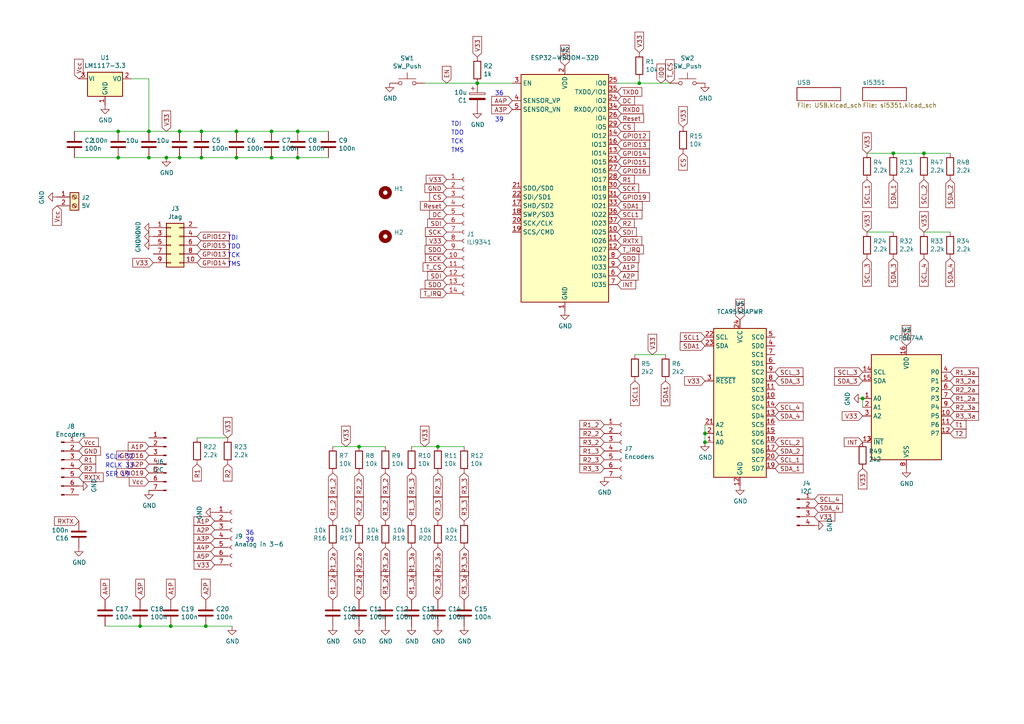
<source format=kicad_sch>
(kicad_sch (version 20230121) (generator eeschema)
  (paper "A4")
  (junction (at 250.19 115.57))
  (junction (at 49.53 181.61))
  (junction (at 104.14 129.54))
  (junction (at 259.08 44.45))
  (junction (at 78.74 38.1))
  (junction (at 40.64 181.61))
  (junction (at 52.07 45.72))
  (junction (at 267.97 44.45))
  (junction (at 185.42 24.13))
  (junction (at 52.07 38.1))
  (junction (at 58.42 45.72))
  (junction (at 43.18 38.1))
  (junction (at 68.58 38.1))
  (junction (at 34.29 38.1))
  (junction (at 43.18 45.72))
  (junction (at 34.29 45.72))
  (junction (at 86.36 45.72))
  (junction (at 58.42 38.1))
  (junction (at 204.47 128.27))
  (junction (at 48.26 45.72))
  (junction (at 138.43 24.13))
  (junction (at 68.58 45.72))
  (junction (at 78.74 45.72))
  (junction (at 204.47 125.73))
  (junction (at 59.69 181.61))
  (junction (at 86.36 38.1))
  (junction (at 127 129.54))
  (wire (pts (xy 78.74 38.1) (xy 86.36 38.1)))
  (wire (pts (xy 49.53 181.61) (xy 59.69 181.61)))
  (wire (pts (xy 204.47 125.73) (xy 204.47 128.27)))
  (wire (pts (xy 259.08 44.45) (xy 267.97 44.45)))
  (wire (pts (xy 138.43 24.13) (xy 123.19 24.13)))
  (wire (pts (xy 119.38 129.54) (xy 127 129.54)))
  (wire (pts (xy 68.58 45.72) (xy 78.74 45.72)))
  (wire (pts (xy 21.59 45.72) (xy 34.29 45.72)))
  (wire (pts (xy 104.14 129.54) (xy 111.76 129.54)))
  (wire (pts (xy 43.18 38.1) (xy 52.07 38.1)))
  (wire (pts (xy 21.59 38.1) (xy 34.29 38.1)))
  (wire (pts (xy 52.07 38.1) (xy 58.42 38.1)))
  (wire (pts (xy 179.07 24.13) (xy 185.42 24.13)))
  (wire (pts (xy 43.18 22.86) (xy 43.18 38.1)))
  (wire (pts (xy 127 129.54) (xy 134.62 129.54)))
  (wire (pts (xy 267.97 44.45) (xy 275.59 44.45)))
  (wire (pts (xy 34.29 45.72) (xy 43.18 45.72)))
  (wire (pts (xy 86.36 45.72) (xy 95.25 45.72)))
  (wire (pts (xy 184.15 102.87) (xy 193.04 102.87)))
  (wire (pts (xy 251.46 67.31) (xy 259.08 67.31)))
  (wire (pts (xy 251.46 44.45) (xy 259.08 44.45)))
  (wire (pts (xy 48.26 45.72) (xy 52.07 45.72)))
  (wire (pts (xy 34.29 38.1) (xy 43.18 38.1)))
  (wire (pts (xy 49.53 181.61) (xy 40.64 181.61)))
  (wire (pts (xy 96.52 129.54) (xy 104.14 129.54)))
  (wire (pts (xy 86.36 38.1) (xy 95.25 38.1)))
  (wire (pts (xy 204.47 123.19) (xy 204.47 125.73)))
  (wire (pts (xy 78.74 38.1) (xy 68.58 38.1)))
  (wire (pts (xy 185.42 22.86) (xy 185.42 24.13)))
  (wire (pts (xy 58.42 45.72) (xy 68.58 45.72)))
  (wire (pts (xy 185.42 24.13) (xy 194.31 24.13)))
  (wire (pts (xy 59.69 181.61) (xy 67.31 181.61)))
  (wire (pts (xy 58.42 38.1) (xy 68.58 38.1)))
  (wire (pts (xy 43.18 45.72) (xy 48.26 45.72)))
  (wire (pts (xy 57.15 127) (xy 66.04 127)))
  (wire (pts (xy 250.19 115.57) (xy 250.19 118.11)))
  (wire (pts (xy 52.07 45.72) (xy 58.42 45.72)))
  (wire (pts (xy 138.43 24.13) (xy 148.59 24.13)))
  (wire (pts (xy 38.1 22.86) (xy 43.18 22.86)))
  (wire (pts (xy 86.36 45.72) (xy 78.74 45.72)))
  (wire (pts (xy 267.97 67.31) (xy 275.59 67.31)))
  (wire (pts (xy 40.64 181.61) (xy 30.48 181.61)))
  (text "TDI" (at 66.04 69.85 0) (effects (font (size 1.27 1.27)) (justify left bottom)))
  (text "TDO" (at 130.81 39.37 0) (effects (font (size 1.27 1.27)) (justify left bottom)))
  (text "36\n" (at 143.51 27.94 0) (effects (font (size 1.27 1.27)) (justify left bottom)))
  (text "TMS" (at 66.04 77.47 0) (effects (font (size 1.27 1.27)) (justify left bottom)))
  (text "RCLK 33" (at 30.48 135.89 0) (effects (font (size 1.27 1.27)) (justify left bottom)))
  (text "SER 19" (at 30.48 138.43 0) (effects (font (size 1.27 1.27)) (justify left bottom)))
  (text "TCK" (at 66.04 74.93 0) (effects (font (size 1.27 1.27)) (justify left bottom)))
  (text "TDO" (at 66.04 72.39 0) (effects (font (size 1.27 1.27)) (justify left bottom)))
  (text "TCK" (at 130.81 41.91 0) (effects (font (size 1.27 1.27)) (justify left bottom)))
  (text "36\n39" (at 71.12 157.48 0) (effects (font (size 1.27 1.27)) (justify left bottom)))
  (text "39" (at 143.51 35.56 0) (effects (font (size 1.27 1.27)) (justify left bottom)))
  (text "TMS" (at 130.81 44.45 0) (effects (font (size 1.27 1.27)) (justify left bottom)))
  (text "TDI" (at 130.81 36.83 0) (effects (font (size 1.27 1.27)) (justify left bottom)))
  (text "SCLK 32" (at 30.48 133.35 0) (effects (font (size 1.27 1.27)) (justify left bottom)))
  (global_label "V33" (shape input) (at 129.54 52.07 180) (property "Intersheetrefs" "${INTERSHEET_REFS}" (effects hide)))
  (global_label "R2_2a" (shape input) (at 275.59 113.03 0) (property "Intersheetrefs" "${INTERSHEET_REFS}" (effects hide)))
  (global_label "R2_2" (shape input) (at 104.14 151.13 90) (property "Intersheetrefs" "${INTERSHEET_REFS}" (effects hide)))
  (global_label "A1P" (shape input) (at 62.23 151.13 180) (property "Intersheetrefs" "${INTERSHEET_REFS}" (effects hide)))
  (global_label "Vcc" (shape input) (at 43.18 139.7 180) (property "Intersheetrefs" "${INTERSHEET_REFS}" (effects hide)))
  (global_label "GPIO14" (shape input) (at 179.07 44.45 0) (property "Intersheetrefs" "${INTERSHEET_REFS}" (effects hide)))
  (global_label "A2P" (shape input) (at 62.23 153.67 180) (property "Intersheetrefs" "${INTERSHEET_REFS}" (effects hide)))
  (global_label "R3_2a" (shape input) (at 111.76 158.75 270) (property "Intersheetrefs" "${INTERSHEET_REFS}" (effects hide)))
  (global_label "R2_2a" (shape input) (at 104.14 158.75 270) (property "Intersheetrefs" "${INTERSHEET_REFS}" (effects hide)))
  (global_label "R2" (shape input) (at 66.04 134.62 270) (property "Intersheetrefs" "${INTERSHEET_REFS}" (effects hide)))
  (global_label "RXTX" (shape input) (at 22.86 151.13 180) (property "Intersheetrefs" "${INTERSHEET_REFS}" (effects hide)))
  (global_label "V33" (shape input) (at 204.47 110.49 180) (property "Intersheetrefs" "${INTERSHEET_REFS}" (effects hide)))
  (global_label "GPIO16" (shape input) (at 43.18 132.08 180) (property "Intersheetrefs" "${INTERSHEET_REFS}" (effects hide)))
  (global_label "R1_3a" (shape input) (at 119.38 173.99 90) (property "Intersheetrefs" "${INTERSHEET_REFS}" (effects hide)))
  (global_label "SDO" (shape input) (at 129.54 72.39 180) (property "Intersheetrefs" "${INTERSHEET_REFS}" (effects hide)))
  (global_label "R1_2a" (shape input) (at 275.59 115.57 0) (property "Intersheetrefs" "${INTERSHEET_REFS}" (effects hide)))
  (global_label "R1_2a" (shape input) (at 96.52 158.75 270) (property "Intersheetrefs" "${INTERSHEET_REFS}" (effects hide)))
  (global_label "V33" (shape input) (at 100.33 129.54 90) (property "Intersheetrefs" "${INTERSHEET_REFS}" (effects hide)))
  (global_label "SDI" (shape input) (at 129.54 64.77 180) (property "Intersheetrefs" "${INTERSHEET_REFS}" (effects hide)))
  (global_label "R1_2a" (shape input) (at 96.52 173.99 90) (property "Intersheetrefs" "${INTERSHEET_REFS}" (effects hide)))
  (global_label "A1P" (shape input) (at 43.18 129.54 180) (property "Intersheetrefs" "${INTERSHEET_REFS}" (effects hide)))
  (global_label "R2_3a" (shape input) (at 127 173.99 90) (property "Intersheetrefs" "${INTERSHEET_REFS}" (effects hide)))
  (global_label "Reset" (shape input) (at 179.07 34.29 0) (property "Intersheetrefs" "${INTERSHEET_REFS}" (effects hide)))
  (global_label "A4P" (shape input) (at 62.23 158.75 180) (property "Intersheetrefs" "${INTERSHEET_REFS}" (effects hide)))
  (global_label "A3P" (shape input) (at 40.64 173.99 90) (property "Intersheetrefs" "${INTERSHEET_REFS}" (effects hide)))
  (global_label "SCL_1" (shape input) (at 251.46 52.07 270) (property "Intersheetrefs" "${INTERSHEET_REFS}" (effects hide)))
  (global_label "R3_3" (shape input) (at 134.62 137.16 270) (property "Intersheetrefs" "${INTERSHEET_REFS}" (effects hide)))
  (global_label "SDA_1" (shape input) (at 259.08 52.07 270) (property "Intersheetrefs" "${INTERSHEET_REFS}" (effects hide)))
  (global_label "CS" (shape input) (at 179.07 36.83 0) (property "Intersheetrefs" "${INTERSHEET_REFS}" (effects hide)))
  (global_label "INT" (shape input) (at 250.19 128.27 180) (property "Intersheetrefs" "${INTERSHEET_REFS}" (effects hide)))
  (global_label "SDA_4" (shape input) (at 236.22 147.32 0) (property "Intersheetrefs" "${INTERSHEET_REFS}" (effects hide)))
  (global_label "V33" (shape input) (at 44.45 76.2 180) (property "Intersheetrefs" "${INTERSHEET_REFS}" (effects hide)))
  (global_label "V33" (shape input) (at 163.83 19.05 90) (property "Intersheetrefs" "${INTERSHEET_REFS}" (effects hide)))
  (global_label "R1_3" (shape input) (at 175.26 130.81 180) (property "Intersheetrefs" "${INTERSHEET_REFS}" (effects hide)))
  (global_label "R2_2" (shape input) (at 175.26 125.73 180) (property "Intersheetrefs" "${INTERSHEET_REFS}" (effects hide)))
  (global_label "R2_3a" (shape input) (at 275.59 118.11 0) (property "Intersheetrefs" "${INTERSHEET_REFS}" (effects hide)))
  (global_label "Vcc" (shape input) (at 16.51 59.69 270) (property "Intersheetrefs" "${INTERSHEET_REFS}" (effects hide)))
  (global_label "R2" (shape input) (at 179.07 64.77 0) (property "Intersheetrefs" "${INTERSHEET_REFS}" (effects hide)))
  (global_label "R3_2" (shape input) (at 111.76 137.16 270) (property "Intersheetrefs" "${INTERSHEET_REFS}" (effects hide)))
  (global_label "R2_2a" (shape input) (at 104.14 173.99 90) (property "Intersheetrefs" "${INTERSHEET_REFS}" (effects hide)))
  (global_label "R3_3a" (shape input) (at 275.59 120.65 0) (property "Intersheetrefs" "${INTERSHEET_REFS}" (effects hide)))
  (global_label "V33" (shape input) (at 48.26 38.1 90) (property "Intersheetrefs" "${INTERSHEET_REFS}" (effects hide)))
  (global_label "R1" (shape input) (at 179.07 52.07 0) (property "Intersheetrefs" "${INTERSHEET_REFS}" (effects hide)))
  (global_label "T_IRQ" (shape input) (at 179.07 72.39 0) (property "Intersheetrefs" "${INTERSHEET_REFS}" (effects hide)))
  (global_label "V33" (shape input) (at 189.23 102.87 90) (property "Intersheetrefs" "${INTERSHEET_REFS}" (effects hide)))
  (global_label "SCK" (shape input) (at 129.54 74.93 180) (property "Intersheetrefs" "${INTERSHEET_REFS}" (effects hide)))
  (global_label "SCK" (shape input) (at 179.07 54.61 0) (property "Intersheetrefs" "${INTERSHEET_REFS}" (effects hide)))
  (global_label "R1_3a" (shape input) (at 119.38 158.75 270) (property "Intersheetrefs" "${INTERSHEET_REFS}" (effects hide)))
  (global_label "V33" (shape input) (at 185.42 15.24 90) (property "Intersheetrefs" "${INTERSHEET_REFS}" (effects hide)))
  (global_label "GPIO15" (shape input) (at 57.15 71.12 0) (property "Intersheetrefs" "${INTERSHEET_REFS}" (effects hide)))
  (global_label "T_CS" (shape input) (at 194.31 24.13 90) (property "Intersheetrefs" "${INTERSHEET_REFS}" (effects hide)))
  (global_label "V33" (shape input) (at 62.23 163.83 180) (property "Intersheetrefs" "${INTERSHEET_REFS}" (effects hide)))
  (global_label "V33" (shape input) (at 267.97 67.31 90) (property "Intersheetrefs" "${INTERSHEET_REFS}" (effects hide)))
  (global_label "GPIO15" (shape input) (at 179.07 46.99 0) (property "Intersheetrefs" "${INTERSHEET_REFS}" (effects hide)))
  (global_label "V33" (shape input) (at 123.19 129.54 90) (property "Intersheetrefs" "${INTERSHEET_REFS}" (effects hide)))
  (global_label "V33" (shape input) (at 138.43 16.51 90) (property "Intersheetrefs" "${INTERSHEET_REFS}" (effects hide)))
  (global_label "R1_3" (shape input) (at 119.38 151.13 90) (property "Intersheetrefs" "${INTERSHEET_REFS}" (effects hide)))
  (global_label "SDO" (shape input) (at 179.07 74.93 0) (property "Intersheetrefs" "${INTERSHEET_REFS}" (effects hide)))
  (global_label "V33" (shape input) (at 262.89 100.33 90) (property "Intersheetrefs" "${INTERSHEET_REFS}" (effects hide)))
  (global_label "A3P" (shape input) (at 62.23 156.21 180) (property "Intersheetrefs" "${INTERSHEET_REFS}" (effects hide)))
  (global_label "SDA1" (shape input) (at 193.04 110.49 270) (property "Intersheetrefs" "${INTERSHEET_REFS}" (effects hide)))
  (global_label "R3_3a" (shape input) (at 134.62 158.75 270) (property "Intersheetrefs" "${INTERSHEET_REFS}" (effects hide)))
  (global_label "SDA_1" (shape input) (at 224.79 135.89 0) (property "Intersheetrefs" "${INTERSHEET_REFS}" (effects hide)))
  (global_label "V33" (shape input) (at 214.63 92.71 90) (property "Intersheetrefs" "${INTERSHEET_REFS}" (effects hide)))
  (global_label "CS" (shape input) (at 198.12 44.45 270) (property "Intersheetrefs" "${INTERSHEET_REFS}" (effects hide)))
  (global_label "R2_3" (shape input) (at 175.26 133.35 180) (property "Intersheetrefs" "${INTERSHEET_REFS}" (effects hide)))
  (global_label "GPIO12" (shape input) (at 57.15 68.58 0) (property "Intersheetrefs" "${INTERSHEET_REFS}" (effects hide)))
  (global_label "SDA_4" (shape input) (at 275.59 74.93 270) (property "Intersheetrefs" "${INTERSHEET_REFS}" (effects hide)))
  (global_label "R3_2" (shape input) (at 111.76 151.13 90) (property "Intersheetrefs" "${INTERSHEET_REFS}" (effects hide)))
  (global_label "SCL_2" (shape input) (at 224.79 128.27 0) (property "Intersheetrefs" "${INTERSHEET_REFS}" (effects hide)))
  (global_label "V33" (shape input) (at 251.46 67.31 90) (property "Intersheetrefs" "${INTERSHEET_REFS}" (effects hide)))
  (global_label "GPIO12" (shape input) (at 179.07 39.37 0) (property "Intersheetrefs" "${INTERSHEET_REFS}" (effects hide)))
  (global_label "SCL1" (shape input) (at 179.07 62.23 0) (property "Intersheetrefs" "${INTERSHEET_REFS}" (effects hide)))
  (global_label "V33" (shape input) (at 236.22 149.86 0) (property "Intersheetrefs" "${INTERSHEET_REFS}" (effects hide)))
  (global_label "SCL_4" (shape input) (at 236.22 144.78 0) (property "Intersheetrefs" "${INTERSHEET_REFS}" (effects hide)))
  (global_label "SDO" (shape input) (at 129.54 82.55 180) (property "Intersheetrefs" "${INTERSHEET_REFS}" (effects hide)))
  (global_label "SDA_3" (shape input) (at 250.19 110.49 180) (property "Intersheetrefs" "${INTERSHEET_REFS}" (effects hide)))
  (global_label "SDI" (shape input) (at 129.54 80.01 180) (property "Intersheetrefs" "${INTERSHEET_REFS}" (effects hide)))
  (global_label "A1P" (shape input) (at 49.53 173.99 90) (property "Intersheetrefs" "${INTERSHEET_REFS}" (effects hide)))
  (global_label "V33" (shape input) (at 198.12 36.83 90) (property "Intersheetrefs" "${INTERSHEET_REFS}" (effects hide)))
  (global_label "R1_2" (shape input) (at 175.26 123.19 180) (property "Intersheetrefs" "${INTERSHEET_REFS}" (effects hide)))
  (global_label "R3_3" (shape input) (at 175.26 135.89 180) (property "Intersheetrefs" "${INTERSHEET_REFS}" (effects hide)))
  (global_label "Vcc" (shape input) (at 22.86 128.27 0) (property "Intersheetrefs" "${INTERSHEET_REFS}" (effects hide)))
  (global_label "INT" (shape input) (at 179.07 82.55 0) (property "Intersheetrefs" "${INTERSHEET_REFS}" (effects hide)))
  (global_label "CS" (shape input) (at 129.54 57.15 180) (property "Intersheetrefs" "${INTERSHEET_REFS}" (effects hide)))
  (global_label "T_IRQ" (shape input) (at 129.54 85.09 180) (property "Intersheetrefs" "${INTERSHEET_REFS}" (effects hide)))
  (global_label "SDA_4" (shape input) (at 224.79 120.65 0) (property "Intersheetrefs" "${INTERSHEET_REFS}" (effects hide)))
  (global_label "T1" (shape input) (at 275.59 123.19 0) (property "Intersheetrefs" "${INTERSHEET_REFS}" (effects hide)))
  (global_label "SCL_4" (shape input) (at 224.79 118.11 0) (property "Intersheetrefs" "${INTERSHEET_REFS}" (effects hide)))
  (global_label "R2" (shape input) (at 22.86 135.89 0) (property "Intersheetrefs" "${INTERSHEET_REFS}" (effects hide)))
  (global_label "T2" (shape input) (at 275.59 125.73 0) (property "Intersheetrefs" "${INTERSHEET_REFS}" (effects hide)))
  (global_label "SCL_3" (shape input) (at 224.79 107.95 0) (property "Intersheetrefs" "${INTERSHEET_REFS}" (effects hide)))
  (global_label "R1_3" (shape input) (at 119.38 137.16 270) (property "Intersheetrefs" "${INTERSHEET_REFS}" (effects hide)))
  (global_label "DC" (shape input) (at 179.07 29.21 0) (property "Intersheetrefs" "${INTERSHEET_REFS}" (effects hide)))
  (global_label "RXTX" (shape input) (at 22.86 138.43 0) (property "Intersheetrefs" "${INTERSHEET_REFS}" (effects hide)))
  (global_label "SCL_4" (shape input) (at 267.97 74.93 270) (property "Intersheetrefs" "${INTERSHEET_REFS}" (effects hide)))
  (global_label "R1_2" (shape input) (at 96.52 151.13 90) (property "Intersheetrefs" "${INTERSHEET_REFS}" (effects hide)))
  (global_label "R2_3" (shape input) (at 127 137.16 270) (property "Intersheetrefs" "${INTERSHEET_REFS}" (effects hide)))
  (global_label "V33" (shape input) (at 129.54 69.85 180) (property "Intersheetrefs" "${INTERSHEET_REFS}" (effects hide)))
  (global_label "R1_2" (shape input) (at 96.52 137.16 270) (property "Intersheetrefs" "${INTERSHEET_REFS}" (effects hide)))
  (global_label "R3_2a" (shape input) (at 275.59 110.49 0) (property "Intersheetrefs" "${INTERSHEET_REFS}" (effects hide)))
  (global_label "R1_3a" (shape input) (at 275.59 107.95 0) (property "Intersheetrefs" "${INTERSHEET_REFS}" (effects hide)))
  (global_label "R3_3a" (shape input) (at 134.62 173.99 90) (property "Intersheetrefs" "${INTERSHEET_REFS}" (effects hide)))
  (global_label "Vcc" (shape input) (at 22.86 22.86 90) (property "Intersheetrefs" "${INTERSHEET_REFS}" (effects hide)))
  (global_label "GPIO16" (shape input) (at 179.07 49.53 0) (property "Intersheetrefs" "${INTERSHEET_REFS}" (effects hide)))
  (global_label "A5P" (shape input) (at 62.23 161.29 180) (property "Intersheetrefs" "${INTERSHEET_REFS}" (effects hide)))
  (global_label "SCL_3" (shape input) (at 250.19 107.95 180) (property "Intersheetrefs" "${INTERSHEET_REFS}" (effects hide)))
  (global_label "SCL1" (shape input) (at 204.47 97.79 180) (property "Intersheetrefs" "${INTERSHEET_REFS}" (effects hide)))
  (global_label "R2_2" (shape input) (at 104.14 137.16 270) (property "Intersheetrefs" "${INTERSHEET_REFS}" (effects hide)))
  (global_label "SCL_3" (shape input) (at 251.46 74.93 270) (property "Intersheetrefs" "${INTERSHEET_REFS}" (effects hide)))
  (global_label "V33" (shape input) (at 250.19 135.89 270) (property "Intersheetrefs" "${INTERSHEET_REFS}" (effects hide)))
  (global_label "A4P" (shape input) (at 148.59 29.21 180) (property "Intersheetrefs" "${INTERSHEET_REFS}" (effects hide)))
  (global_label "A2P" (shape input) (at 59.69 173.99 90) (property "Intersheetrefs" "${INTERSHEET_REFS}" (effects hide)))
  (global_label "GND" (shape input) (at 129.54 54.61 180) (property "Intersheetrefs" "${INTERSHEET_REFS}" (effects hide)))
  (global_label "Reset" (shape input) (at 129.54 59.69 180) (property "Intersheetrefs" "${INTERSHEET_REFS}" (effects hide)))
  (global_label "A2P" (shape input) (at 43.18 134.62 180) (property "Intersheetrefs" "${INTERSHEET_REFS}" (effects hide)))
  (global_label "GPIO19" (shape input) (at 179.07 57.15 0) (property "Intersheetrefs" "${INTERSHEET_REFS}" (effects hide)))
  (global_label "SDI" (shape input) (at 179.07 67.31 0) (property "Intersheetrefs" "${INTERSHEET_REFS}" (effects hide)))
  (global_label "GPIO14" (shape input) (at 57.15 76.2 0) (property "Intersheetrefs" "${INTERSHEET_REFS}" (effects hide)))
  (global_label "SCL1" (shape input) (at 184.15 110.49 270) (property "Intersheetrefs" "${INTERSHEET_REFS}" (effects hide)))
  (global_label "SDA_3" (shape input) (at 224.79 110.49 0) (property "Intersheetrefs" "${INTERSHEET_REFS}" (effects hide)))
  (global_label "R3_2a" (shape input) (at 111.76 173.99 90) (property "Intersheetrefs" "${INTERSHEET_REFS}" (effects hide)))
  (global_label "SDA_2" (shape input) (at 224.79 130.81 0) (property "Intersheetrefs" "${INTERSHEET_REFS}" (effects hide)))
  (global_label "A4P" (shape input) (at 30.48 173.99 90) (property "Intersheetrefs" "${INTERSHEET_REFS}" (effects hide)))
  (global_label "A1P" (shape input) (at 179.07 77.47 0) (property "Intersheetrefs" "${INTERSHEET_REFS}" (effects hide)))
  (global_label "R3_2" (shape input) (at 175.26 128.27 180) (property "Intersheetrefs" "${INTERSHEET_REFS}" (effects hide)))
  (global_label "R1" (shape input) (at 57.15 134.62 270) (property "Intersheetrefs" "${INTERSHEET_REFS}" (effects hide)))
  (global_label "RXD0" (shape input) (at 179.07 31.75 0) (property "Intersheetrefs" "${INTERSHEET_REFS}" (effects hide)))
  (global_label "R1" (shape input) (at 22.86 133.35 0) (property "Intersheetrefs" "${INTERSHEET_REFS}" (effects hide)))
  (global_label "SDA1" (shape input) (at 179.07 59.69 0) (property "Intersheetrefs" "${INTERSHEET_REFS}" (effects hide)))
  (global_label "GPIO13" (shape input) (at 179.07 41.91 0) (property "Intersheetrefs" "${INTERSHEET_REFS}" (effects hide)))
  (global_label "DC" (shape input) (at 129.54 62.23 180) (property "Intersheetrefs" "${INTERSHEET_REFS}" (effects hide)))
  (global_label "GPIO13" (shape input) (at 57.15 73.66 0) (property "Intersheetrefs" "${INTERSHEET_REFS}" (effects hide)))
  (global_label "A2P" (shape input) (at 179.07 80.01 0) (property "Intersheetrefs" "${INTERSHEET_REFS}" (effects hide)))
  (global_label "SDA_2" (shape input) (at 275.59 52.07 270) (property "Intersheetrefs" "${INTERSHEET_REFS}" (effects hide)))
  (global_label "IO0" (shape input) (at 191.77 24.13 90) (property "Intersheetrefs" "${INTERSHEET_REFS}" (effects hide)))
  (global_label "R2_3" (shape input) (at 127 151.13 90) (property "Intersheetrefs" "${INTERSHEET_REFS}" (effects hide)))
  (global_label "RXTX" (shape input) (at 179.07 69.85 0) (property "Intersheetrefs" "${INTERSHEET_REFS}" (effects hide)))
  (global_label "V33" (shape input) (at 251.46 44.45 90) (property "Intersheetrefs" "${INTERSHEET_REFS}" (effects hide)))
  (global_label "SCK" (shape input) (at 129.54 67.31 180) (property "Intersheetrefs" "${INTERSHEET_REFS}" (effects hide)))
  (global_label "R3_3" (shape input) (at 134.62 151.13 90) (property "Intersheetrefs" "${INTERSHEET_REFS}" (effects hide)))
  (global_label "A3P" (shape input) (at 148.59 31.75 180) (property "Intersheetrefs" "${INTERSHEET_REFS}" (effects hide)))
  (global_label "GND" (shape input) (at 22.86 130.81 0) (property "Intersheetrefs" "${INTERSHEET_REFS}" (effects hide)))
  (global_label "SCL_1" (shape input) (at 224.79 133.35 0) (property "Intersheetrefs" "${INTERSHEET_REFS}" (effects hide)))
  (global_label "R2_3a" (shape input) (at 127 158.75 270) (property "Intersheetrefs" "${INTERSHEET_REFS}" (effects hide)))
  (global_label "SCL_2" (shape input) (at 267.97 52.07 270) (property "Intersheetrefs" "${INTERSHEET_REFS}" (effects hide)))
  (global_label "T_CS" (shape input) (at 129.54 77.47 180) (property "Intersheetrefs" "${INTERSHEET_REFS}" (effects hide)))
  (global_label "TXD0" (shape input) (at 179.07 26.67 0) (property "Intersheetrefs" "${INTERSHEET_REFS}" (effects hide)))
  (global_label "SDA_3" (shape input) (at 259.08 74.93 270) (property "Intersheetrefs" "${INTERSHEET_REFS}" (effects hide)))
  (global_label "GPIO19" (shape input) (at 43.18 137.16 180) (property "Intersheetrefs" "${INTERSHEET_REFS}" (effects hide)))
  (global_label "V33" (shape input) (at 250.19 120.65 180) (property "Intersheetrefs" "${INTERSHEET_REFS}" (effects hide)))
  (global_label "V33" (shape input) (at 66.04 127 90) (property "Intersheetrefs" "${INTERSHEET_REFS}" (effects hide)))
  (global_label "EN" (shape input) (at 129.54 24.13 90) (property "Intersheetrefs" "${INTERSHEET_REFS}" (effects hide)))
  (global_label "SDA1" (shape input) (at 204.47 100.33 180) (property "Intersheetrefs" "${INTERSHEET_REFS}" (effects hide)))
  (symbol (lib_id "power:GND") (at 44.45 68.58 270) (unit 1)
    (property "Reference" "#PWR010" (effects hide))
    (property "Value" "GND" (at 40.0558 68.707 0))
  )
  (symbol (lib_id "power:GND") (at 44.45 66.04 270) (unit 1)
    (property "Reference" "#PWR09" (effects hide))
    (property "Value" "GND" (at 40.0558 66.167 0))
  )
  (symbol (lib_id "power:GND") (at 44.45 71.12 270) (unit 1)
    (property "Reference" "#PWR011" (effects hide))
    (property "Value" "GND" (at 40.0558 71.247 0))
  )
  (symbol (lib_id "Connector_Generic:Conn_02x05_Odd_Even") (at 49.53 71.12 0) (unit 1)
    (property "Reference" "J3" (at 50.8 60.5282 0))
    (property "Value" "Jtag" (at 50.8 62.8396 0))
    (property "Footprint" "Connector_PinSocket_2.54mm:PinSocket_2x05_P2.54mm_Vertical" (effects hide))
  )
  (symbol (lib_id "ESP32Vfo-rescue:CP-Device") (at 138.43 27.94 0) (unit 1)
    (property "Reference" "C1" (at 135.509 29.1084 0) (effects (justify right)))
    (property "Value" "10u" (at 135.509 26.797 0) (effects (justify right)))
    (property "Footprint" "Capacitor_SMD:C_1206_3216Metric_Pad1.42x1.75mm_HandSolder" (effects hide))
  )
  (symbol (lib_id "power:GND") (at 138.43 31.75 0) (unit 1)
    (property "Reference" "#PWR04" (effects hide))
    (property "Value" "GND" (at 138.557 36.1442 0))
  )
  (symbol (lib_id "RF_Module:ESP32-WROOM-32D") (at 163.83 54.61 0) (unit 1)
    (property "Reference" "U2" (at 163.83 14.4526 0))
    (property "Value" "ESP32-WROOM-32D" (at 163.83 16.764 0))
    (property "Footprint" "RF_Module:ESP32-WROOM-32" (effects hide))
    (property "Datasheet" "https://www.espressif.com/sites/default/files/documentation/esp32-wroom-32d_esp32-wroom-32u_datasheet_en.pdf" (effects hide))
  )
  (symbol (lib_id "power:GND") (at 163.83 90.17 0) (unit 1)
    (property "Reference" "#PWR016" (effects hide))
    (property "Value" "GND" (at 163.957 94.5642 0))
  )
  (symbol (lib_id "Device:R") (at 138.43 20.32 0) (unit 1)
    (property "Reference" "R2" (at 140.208 19.1516 0) (effects (justify left)))
    (property "Value" "1k" (at 140.208 21.463 0) (effects (justify left)))
    (property "Footprint" "Resistor_SMD:R_0805_2012Metric" (effects hide))
  )
  (symbol (lib_id "Device:C") (at 22.86 154.94 0) (unit 1)
    (property "Reference" "C16" (at 19.939 156.1084 0) (effects (justify right)))
    (property "Value" "100n" (at 19.939 153.797 0) (effects (justify right)))
    (property "Footprint" "Capacitor_SMD:C_0805_2012Metric" (effects hide))
  )
  (symbol (lib_id "power:GND") (at 22.86 158.75 0) (unit 1)
    (property "Reference" "#PWR028" (effects hide))
    (property "Value" "GND" (at 22.987 163.1442 0))
  )
  (symbol (lib_id "power:GND") (at 22.86 140.97 90) (unit 1)
    (property "Reference" "#PWR029" (effects hide))
    (property "Value" "GND" (at 27.2542 140.843 0))
  )
  (symbol (lib_id "Connector:Conn_01x07_Male") (at 17.78 135.89 0) (unit 1)
    (property "Reference" "J8" (at 20.5232 123.6726 0))
    (property "Value" "Encoders" (at 20.5232 125.984 0))
    (property "Footprint" "Connector_PinSocket_2.54mm:PinSocket_1x07_P2.54mm_Vertical" (effects hide))
  )
  (symbol (lib_id "Device:R") (at 96.52 133.35 0) (unit 1)
    (property "Reference" "R7" (at 98.298 132.1816 0) (effects (justify left)))
    (property "Value" "10k" (at 98.298 134.493 0) (effects (justify left)))
    (property "Footprint" "Resistor_SMD:R_0805_2012Metric" (effects hide))
  )
  (symbol (lib_id "Device:R") (at 104.14 133.35 0) (unit 1)
    (property "Reference" "R8" (at 105.918 132.1816 0) (effects (justify left)))
    (property "Value" "10k" (at 105.918 134.493 0) (effects (justify left)))
    (property "Footprint" "Resistor_SMD:R_0805_2012Metric" (effects hide))
  )
  (symbol (lib_id "Device:R") (at 111.76 133.35 0) (unit 1)
    (property "Reference" "R9" (at 113.538 132.1816 0) (effects (justify left)))
    (property "Value" "10k" (at 113.538 134.493 0) (effects (justify left)))
    (property "Footprint" "Resistor_SMD:R_0805_2012Metric" (effects hide))
  )
  (symbol (lib_id "Device:C") (at 96.52 177.8 180) (unit 1)
    (property "Reference" "C10" (at 99.441 176.6316 0) (effects (justify right)))
    (property "Value" "100n" (at 99.441 178.943 0) (effects (justify right)))
    (property "Footprint" "Capacitor_SMD:C_0805_2012Metric" (effects hide))
  )
  (symbol (lib_id "Device:C") (at 104.14 177.8 180) (unit 1)
    (property "Reference" "C11" (at 107.061 176.6316 0) (effects (justify right)))
    (property "Value" "100n" (at 107.061 178.943 0) (effects (justify right)))
    (property "Footprint" "Capacitor_SMD:C_0805_2012Metric" (effects hide))
  )
  (symbol (lib_id "Device:C") (at 111.76 177.8 180) (unit 1)
    (property "Reference" "C12" (at 114.681 176.6316 0) (effects (justify right)))
    (property "Value" "100n" (at 114.681 178.943 0) (effects (justify right)))
    (property "Footprint" "Capacitor_SMD:C_0805_2012Metric" (effects hide))
  )
  (symbol (lib_id "Device:R") (at 111.76 154.94 180) (unit 1)
    (property "Reference" "R18" (at 109.982 156.1084 0) (effects (justify left)))
    (property "Value" "10k" (at 109.982 153.797 0) (effects (justify left)))
    (property "Footprint" "Resistor_SMD:R_0805_2012Metric" (effects hide))
  )
  (symbol (lib_id "Device:R") (at 104.14 154.94 180) (unit 1)
    (property "Reference" "R17" (at 102.362 156.1084 0) (effects (justify left)))
    (property "Value" "10k" (at 102.362 153.797 0) (effects (justify left)))
    (property "Footprint" "Resistor_SMD:R_0805_2012Metric" (effects hide))
  )
  (symbol (lib_id "power:GND") (at 104.14 181.61 0) (unit 1)
    (property "Reference" "#PWR023" (effects hide))
    (property "Value" "GND" (at 104.267 186.0042 0))
  )
  (symbol (lib_id "power:GND") (at 96.52 181.61 0) (unit 1)
    (property "Reference" "#PWR022" (effects hide))
    (property "Value" "GND" (at 96.647 186.0042 0))
  )
  (symbol (lib_id "power:GND") (at 111.76 181.61 0) (unit 1)
    (property "Reference" "#PWR024" (effects hide))
    (property "Value" "GND" (at 111.887 186.0042 0))
  )
  (symbol (lib_id "Device:R") (at 96.52 154.94 180) (unit 1)
    (property "Reference" "R16" (at 94.742 156.1084 0) (effects (justify left)))
    (property "Value" "10k" (at 94.742 153.797 0) (effects (justify left)))
    (property "Footprint" "Resistor_SMD:R_0805_2012Metric" (effects hide))
  )
  (symbol (lib_id "power:GND") (at 67.31 181.61 0) (unit 1)
    (property "Reference" "#PWR031" (effects hide))
    (property "Value" "GND" (at 67.437 186.0042 0))
  )
  (symbol (lib_id "Device:C") (at 49.53 177.8 180) (unit 1)
    (property "Reference" "C19" (at 52.451 176.6316 0) (effects (justify right)))
    (property "Value" "100n" (at 52.451 178.943 0) (effects (justify right)))
    (property "Footprint" "Capacitor_SMD:C_0805_2012Metric" (effects hide))
  )
  (symbol (lib_id "Device:C") (at 59.69 177.8 180) (unit 1)
    (property "Reference" "C20" (at 62.611 176.6316 0) (effects (justify right)))
    (property "Value" "100n" (at 62.611 178.943 0) (effects (justify right)))
    (property "Footprint" "Capacitor_SMD:C_0805_2012Metric" (effects hide))
  )
  (symbol (lib_id "Device:C") (at 40.64 177.8 180) (unit 1)
    (property "Reference" "C18" (at 43.561 176.6316 0) (effects (justify right)))
    (property "Value" "100n" (at 43.561 178.943 0) (effects (justify right)))
    (property "Footprint" "Capacitor_SMD:C_0805_2012Metric" (effects hide))
  )
  (symbol (lib_id "Device:C") (at 30.48 177.8 180) (unit 1)
    (property "Reference" "C17" (at 33.401 176.6316 0) (effects (justify right)))
    (property "Value" "100n" (at 33.401 178.943 0) (effects (justify right)))
    (property "Footprint" "Capacitor_SMD:C_0805_2012Metric" (effects hide))
  )
  (symbol (lib_id "Device:R") (at 57.15 130.81 0) (unit 1)
    (property "Reference" "R22" (at 58.928 129.6416 0) (effects (justify left)))
    (property "Value" "2.2k" (at 58.928 131.953 0) (effects (justify left)))
    (property "Footprint" "Resistor_SMD:R_0805_2012Metric" (effects hide))
  )
  (symbol (lib_id "Device:R") (at 66.04 130.81 0) (unit 1)
    (property "Reference" "R23" (at 67.818 129.6416 0) (effects (justify left)))
    (property "Value" "2.2k" (at 67.818 131.953 0) (effects (justify left)))
    (property "Footprint" "Resistor_SMD:R_0805_2012Metric" (effects hide))
  )
  (symbol (lib_id "Connector:Conn_01x07_Female") (at 67.31 156.21 0) (unit 1)
    (property "Reference" "J9" (at 68.0212 155.5496 0) (effects (justify left)))
    (property "Value" "Analog in 3-6" (at 68.0212 157.861 0) (effects (justify left)))
    (property "Footprint" "Connector_PinSocket_2.54mm:PinSocket_1x07_P2.54mm_Vertical" (effects hide))
  )
  (symbol (lib_id "power:GND") (at 62.23 148.59 270) (unit 1)
    (property "Reference" "#PWR030" (effects hide))
    (property "Value" "GND" (at 57.8358 148.717 0))
  )
  (symbol (lib_id "power:GND") (at 48.26 45.72 0) (unit 1)
    (property "Reference" "#PWR06" (effects hide))
    (property "Value" "GND" (at 48.387 50.1142 0))
  )
  (symbol (lib_id "Device:C") (at 58.42 41.91 180) (unit 1)
    (property "Reference" "C5" (at 61.341 40.7416 0) (effects (justify right)))
    (property "Value" "100n" (at 61.341 43.053 0) (effects (justify right)))
    (property "Footprint" "Capacitor_SMD:C_0805_2012Metric" (effects hide))
  )
  (symbol (lib_id "Device:C") (at 68.58 41.91 180) (unit 1)
    (property "Reference" "C6" (at 71.501 40.7416 0) (effects (justify right)))
    (property "Value" "100n" (at 71.501 43.053 0) (effects (justify right)))
    (property "Footprint" "Capacitor_SMD:C_0805_2012Metric" (effects hide))
  )
  (symbol (lib_id "Device:C") (at 78.74 41.91 180) (unit 1)
    (property "Reference" "C7" (at 81.661 40.7416 0) (effects (justify right)))
    (property "Value" "100n" (at 81.661 43.053 0) (effects (justify right)))
    (property "Footprint" "Capacitor_SMD:C_0805_2012Metric" (effects hide))
  )
  (symbol (lib_id "Device:C") (at 86.36 41.91 180) (unit 1)
    (property "Reference" "C8" (at 89.281 40.7416 0) (effects (justify right)))
    (property "Value" "100n" (at 89.281 43.053 0) (effects (justify right)))
    (property "Footprint" "Capacitor_SMD:C_0805_2012Metric" (effects hide))
  )
  (symbol (lib_id "Device:C") (at 34.29 41.91 0) (unit 1)
    (property "Reference" "C3" (effects hide))
    (property "Value" "100n" (at 31.369 40.767 0) (effects (justify right)))
    (property "Footprint" "Capacitor_SMD:C_0805_2012Metric" (effects hide))
  )
  (symbol (lib_id "Regulator_Linear:LM1117-3.3") (at 30.48 22.86 0) (unit 1)
    (property "Reference" "U1" (at 30.48 16.7132 0))
    (property "Value" "LM1117-3.3" (at 30.48 19.0246 0))
    (property "Footprint" "Package_TO_SOT_SMD:SOT-223-3_TabPin2" (effects hide))
    (property "Datasheet" "http://www.ti.com/lit/ds/symlink/lm1117.pdf" (effects hide))
  )
  (symbol (lib_id "power:GND") (at 30.48 30.48 0) (unit 1)
    (property "Reference" "#PWR03" (effects hide))
    (property "Value" "GND" (at 30.607 34.8742 0))
  )
  (symbol (lib_id "Device:C") (at 21.59 41.91 180) (unit 1)
    (property "Reference" "C2" (at 24.511 40.7416 0) (effects (justify right)))
    (property "Value" "100n" (at 24.511 43.053 0) (effects (justify right)))
    (property "Footprint" "Capacitor_SMD:C_0805_2012Metric" (effects hide))
  )
  (symbol (lib_id "Device:C") (at 43.18 41.91 0) (unit 1)
    (property "Reference" "C4" (effects hide))
    (property "Value" "10u" (at 40.259 40.767 0) (effects (justify right)))
    (property "Footprint" "Capacitor_SMD:C_1206_3216Metric_Pad1.42x1.75mm_HandSolder" (effects hide))
  )
  (symbol (lib_id "Connector:Conn_01x07_Female") (at 180.34 130.81 0) (unit 1)
    (property "Reference" "J7" (at 181.0512 130.1496 0) (effects (justify left)))
    (property "Value" "Encoders" (at 181.0512 132.461 0) (effects (justify left)))
    (property "Footprint" "Connector_PinSocket_2.54mm:PinSocket_1x07_P2.54mm_Vertical" (effects hide))
  )
  (symbol (lib_id "power:GND") (at 175.26 138.43 0) (unit 1)
    (property "Reference" "#PWR021" (effects hide))
    (property "Value" "GND" (at 175.387 142.8242 0))
  )
  (symbol (lib_id "Device:R") (at 119.38 133.35 0) (unit 1)
    (property "Reference" "R10" (at 121.158 132.1816 0) (effects (justify left)))
    (property "Value" "10k" (at 121.158 134.493 0) (effects (justify left)))
    (property "Footprint" "Resistor_SMD:R_0805_2012Metric" (effects hide))
  )
  (symbol (lib_id "Device:R") (at 127 133.35 0) (unit 1)
    (property "Reference" "R11" (at 128.778 132.1816 0) (effects (justify left)))
    (property "Value" "10k" (at 128.778 134.493 0) (effects (justify left)))
    (property "Footprint" "Resistor_SMD:R_0805_2012Metric" (effects hide))
  )
  (symbol (lib_id "Device:R") (at 134.62 133.35 0) (unit 1)
    (property "Reference" "R12" (at 136.398 132.1816 0) (effects (justify left)))
    (property "Value" "10k" (at 136.398 134.493 0) (effects (justify left)))
    (property "Footprint" "Resistor_SMD:R_0805_2012Metric" (effects hide))
  )
  (symbol (lib_id "Device:C") (at 119.38 177.8 180) (unit 1)
    (property "Reference" "C13" (at 122.301 176.6316 0) (effects (justify right)))
    (property "Value" "100n" (at 122.301 178.943 0) (effects (justify right)))
    (property "Footprint" "Capacitor_SMD:C_0805_2012Metric" (effects hide))
  )
  (symbol (lib_id "Device:C") (at 127 177.8 180) (unit 1)
    (property "Reference" "C14" (at 129.921 176.6316 0) (effects (justify right)))
    (property "Value" "100n" (at 129.921 178.943 0) (effects (justify right)))
    (property "Footprint" "Capacitor_SMD:C_0805_2012Metric" (effects hide))
  )
  (symbol (lib_id "Device:C") (at 134.62 177.8 180) (unit 1)
    (property "Reference" "C15" (at 137.541 176.6316 0) (effects (justify right)))
    (property "Value" "100n" (at 137.541 178.943 0) (effects (justify right)))
    (property "Footprint" "Capacitor_SMD:C_0805_2012Metric" (effects hide))
  )
  (symbol (lib_id "Device:R") (at 134.62 154.94 180) (unit 1)
    (property "Reference" "R21" (at 132.842 156.1084 0) (effects (justify left)))
    (property "Value" "10k" (at 132.842 153.797 0) (effects (justify left)))
    (property "Footprint" "Resistor_SMD:R_0805_2012Metric" (effects hide))
  )
  (symbol (lib_id "Device:R") (at 127 154.94 180) (unit 1)
    (property "Reference" "R20" (at 125.222 156.1084 0) (effects (justify left)))
    (property "Value" "10k" (at 125.222 153.797 0) (effects (justify left)))
    (property "Footprint" "Resistor_SMD:R_0805_2012Metric" (effects hide))
  )
  (symbol (lib_id "power:GND") (at 127 181.61 0) (unit 1)
    (property "Reference" "#PWR026" (effects hide))
    (property "Value" "GND" (at 127.127 186.0042 0))
  )
  (symbol (lib_id "power:GND") (at 119.38 181.61 0) (unit 1)
    (property "Reference" "#PWR025" (effects hide))
    (property "Value" "GND" (at 119.507 186.0042 0))
  )
  (symbol (lib_id "power:GND") (at 134.62 181.61 0) (unit 1)
    (property "Reference" "#PWR027" (effects hide))
    (property "Value" "GND" (at 134.747 186.0042 0))
  )
  (symbol (lib_id "Device:R") (at 119.38 154.94 180) (unit 1)
    (property "Reference" "R19" (at 117.602 156.1084 0) (effects (justify left)))
    (property "Value" "10k" (at 117.602 153.797 0) (effects (justify left)))
    (property "Footprint" "Resistor_SMD:R_0805_2012Metric" (effects hide))
  )
  (symbol (lib_id "power:GND") (at 43.18 142.24 0) (unit 1)
    (property "Reference" "#PWR020" (effects hide))
    (property "Value" "GND" (at 43.307 146.6342 0))
  )
  (symbol (lib_id "Connector:Conn_01x07_Male") (at 48.26 134.62 0) (mirror y) (unit 1)
    (property "Reference" "J6" (at 47.5488 133.9596 0) (effects (justify left)))
    (property "Value" "I2C" (at 47.5488 136.271 0) (effects (justify left)))
    (property "Footprint" "Connector_PinSocket_2.54mm:PinSocket_1x07_P2.54mm_Vertical" (effects hide))
  )
  (symbol (lib_id "Interface_Expansion:PCF8574A") (at 262.89 118.11 0) (unit 1)
    (property "Reference" "U3" (at 262.89 95.7326 0))
    (property "Value" "PCF8574A" (at 262.89 98.044 0))
    (property "Footprint" "Package_SO:SOP-16_7.5x10.4mm_P1.27mm" (effects hide))
    (property "Datasheet" "http://www.nxp.com/documents/data_sheet/PCF8574_PCF8574A.pdf" (effects hide))
  )
  (symbol (lib_id "power:GND") (at 262.89 135.89 0) (unit 1)
    (property "Reference" "#PWR017" (effects hide))
    (property "Value" "GND" (at 263.017 140.2842 0))
  )
  (symbol (lib_id "Connector:Screw_Terminal_01x02") (at 21.59 57.15 0) (unit 1)
    (property "Reference" "J2" (at 23.622 57.3532 0) (effects (justify left)))
    (property "Value" "5V" (at 23.622 59.6646 0) (effects (justify left)))
    (property "Footprint" "TerminalBlock_MetzConnect:TerminalBlock_MetzConnect_Type011_RT05502HBWC_1x02_P5.00mm_Horizontal" (effects hide))
  )
  (symbol (lib_id "power:GND") (at 16.51 57.15 270) (unit 1)
    (property "Reference" "#PWR08" (effects hide))
    (property "Value" "GND" (at 12.1158 57.277 0))
  )
  (symbol (lib_id "Device:C") (at 95.25 41.91 180) (unit 1)
    (property "Reference" "C9" (at 98.171 40.7416 0) (effects (justify right)))
    (property "Value" "100n" (at 98.171 43.053 0) (effects (justify right)))
    (property "Footprint" "Capacitor_SMD:C_0805_2012Metric" (effects hide))
  )
  (symbol (lib_id "Device:R") (at 184.15 106.68 0) (unit 1)
    (property "Reference" "R5" (at 185.928 105.5116 0) (effects (justify left)))
    (property "Value" "2k2" (at 185.928 107.823 0) (effects (justify left)))
    (property "Footprint" "Resistor_SMD:R_0805_2012Metric" (effects hide))
  )
  (symbol (lib_id "Device:R") (at 193.04 106.68 0) (unit 1)
    (property "Reference" "R6" (at 194.818 105.5116 0) (effects (justify left)))
    (property "Value" "2k2" (at 194.818 107.823 0) (effects (justify left)))
    (property "Footprint" "Resistor_SMD:R_0805_2012Metric" (effects hide))
  )
  (symbol (lib_id "power:GND") (at 250.19 115.57 270) (unit 1)
    (property "Reference" "#PWR012" (effects hide))
    (property "Value" "GND" (at 245.7958 115.697 0))
  )
  (symbol (lib_id "Connector:Conn_01x14_Female") (at 134.62 67.31 0) (unit 1)
    (property "Reference" "J1" (at 135.3312 67.9196 0) (effects (justify left)))
    (property "Value" "ILI9341" (at 135.3312 70.231 0) (effects (justify left)))
    (property "Footprint" "Connector_PinSocket_2.54mm:PinSocket_1x14_P2.54mm_Vertical" (effects hide))
  )
  (symbol (lib_id "power:GND") (at 204.47 128.27 0) (unit 1)
    (property "Reference" "#PWR0101" (effects hide))
    (property "Value" "GND" (at 204.597 132.6642 0))
  )
  (symbol (lib_id "power:GND") (at 214.63 140.97 0) (unit 1)
    (property "Reference" "#PWR0102" (effects hide))
    (property "Value" "GND" (at 214.757 145.3642 0))
  )
  (symbol (lib_id "Interface_Expansion:TCA9548APWR") (at 214.63 115.57 0) (unit 1)
    (property "Reference" "U5" (at 214.63 88.1126 0))
    (property "Value" "TCA9548APWR" (at 214.63 90.424 0))
    (property "Footprint" "Package_SO:TSSOP-24_4.4x7.8mm_P0.65mm" (effects hide))
    (property "Datasheet" "http://www.ti.com/lit/ds/symlink/tca9548a.pdf" (effects hide))
  )
  (symbol (lib_id "Device:R") (at 251.46 71.12 0) (unit 1)
    (property "Reference" "R24" (at 253.238 69.9516 0) (effects (justify left)))
    (property "Value" "2.2k" (at 253.238 72.263 0) (effects (justify left)))
    (property "Footprint" "Resistor_SMD:R_0805_2012Metric" (effects hide))
  )
  (symbol (lib_id "Device:R") (at 259.08 71.12 0) (unit 1)
    (property "Reference" "R32" (at 260.858 69.9516 0) (effects (justify left)))
    (property "Value" "2.2k" (at 260.858 72.263 0) (effects (justify left)))
    (property "Footprint" "Resistor_SMD:R_0805_2012Metric" (effects hide))
  )
  (symbol (lib_id "Device:R") (at 267.97 71.12 0) (unit 1)
    (property "Reference" "R33" (at 269.748 69.9516 0) (effects (justify left)))
    (property "Value" "2.2k" (at 269.748 72.263 0) (effects (justify left)))
    (property "Footprint" "Resistor_SMD:R_0805_2012Metric" (effects hide))
  )
  (symbol (lib_id "Device:R") (at 275.59 71.12 0) (unit 1)
    (property "Reference" "R34" (at 277.368 69.9516 0) (effects (justify left)))
    (property "Value" "2.2k" (at 277.368 72.263 0) (effects (justify left)))
    (property "Footprint" "Resistor_SMD:R_0805_2012Metric" (effects hide))
  )
  (symbol (lib_id "Device:R") (at 251.46 48.26 0) (unit 1)
    (property "Reference" "R4" (at 253.238 47.0916 0) (effects (justify left)))
    (property "Value" "2.2k" (at 253.238 49.403 0) (effects (justify left)))
    (property "Footprint" "Resistor_SMD:R_0805_2012Metric" (effects hide))
  )
  (symbol (lib_id "Device:R") (at 259.08 48.26 0) (unit 1)
    (property "Reference" "R13" (at 260.858 47.0916 0) (effects (justify left)))
    (property "Value" "2.2k" (at 260.858 49.403 0) (effects (justify left)))
    (property "Footprint" "Resistor_SMD:R_0805_2012Metric" (effects hide))
  )
  (symbol (lib_id "Switch:SW_Push") (at 118.11 24.13 0) (unit 1)
    (property "Reference" "SW1" (at 118.11 16.891 0))
    (property "Value" "SW_Push" (at 118.11 19.2024 0))
    (property "Footprint" "ESP32VFO:TS-1088R-02526" (effects hide))
  )
  (symbol (lib_id "Switch:SW_Push") (at 199.39 24.13 0) (unit 1)
    (property "Reference" "SW2" (at 199.39 16.891 0))
    (property "Value" "SW_Push" (at 199.39 19.2024 0))
    (property "Footprint" "ESP32VFO:TS-1088R-02526" (effects hide))
  )
  (symbol (lib_id "power:GND") (at 113.03 24.13 0) (unit 1)
    (property "Reference" "#PWR01" (effects hide))
    (property "Value" "GND" (at 113.157 28.5242 0))
  )
  (symbol (lib_id "Device:R") (at 185.42 19.05 0) (unit 1)
    (property "Reference" "R1" (at 187.198 17.8816 0) (effects (justify left)))
    (property "Value" "10k" (at 187.198 20.193 0) (effects (justify left)))
    (property "Footprint" "Resistor_SMD:R_0805_2012Metric" (effects hide))
  )
  (symbol (lib_id "power:GND") (at 204.47 24.13 0) (unit 1)
    (property "Reference" "#PWR02" (effects hide))
    (property "Value" "GND" (at 204.597 28.5242 0))
  )
  (symbol (lib_id "Connector:Conn_01x04_Male") (at 231.14 147.32 0) (unit 1)
    (property "Reference" "J4" (at 233.8832 140.1826 0))
    (property "Value" "I2C" (at 233.8832 142.494 0))
    (property "Footprint" "Connector_JST:JST_PH_S4B-PH-SM4-TB_1x04-1MP_P2.00mm_Horizontal" (effects hide))
  )
  (symbol (lib_id "power:GND") (at 236.22 152.4 90) (unit 1)
    (property "Reference" "#PWR014" (effects hide))
    (property "Value" "GND" (at 240.6142 152.273 0))
  )
  (symbol (lib_id "Mechanical:MountingHole") (at 111.76 55.88 0) (unit 1)
    (property "Reference" "H1" (at 114.3 54.7116 0) (effects (justify left)))
    (property "Value" " " (at 114.3 57.023 0) (effects (justify left)))
    (property "Footprint" "MountingHole:MountingHole_3.2mm_M3" (effects hide))
  )
  (symbol (lib_id "Mechanical:MountingHole") (at 111.76 68.58 0) (unit 1)
    (property "Reference" "H2" (at 114.3 67.4116 0) (effects (justify left)))
    (property "Value" " " (at 114.3 69.723 0) (effects (justify left)))
    (property "Footprint" "MountingHole:MountingHole_3.2mm_M3" (effects hide))
  )
  (symbol (lib_id "Device:R") (at 267.97 48.26 0) (unit 1)
    (property "Reference" "R47" (at 269.748 47.0916 0) (effects (justify left)))
    (property "Value" "2.2k" (at 269.748 49.403 0) (effects (justify left)))
    (property "Footprint" "Resistor_SMD:R_0805_2012Metric" (effects hide))
  )
  (symbol (lib_id "Device:R") (at 275.59 48.26 0) (unit 1)
    (property "Reference" "R48" (at 277.368 47.0916 0) (effects (justify left)))
    (property "Value" "2.2k" (at 277.368 49.403 0) (effects (justify left)))
    (property "Footprint" "Resistor_SMD:R_0805_2012Metric" (effects hide))
  )
  (symbol (lib_id "Device:R") (at 198.12 40.64 0) (unit 1)
    (property "Reference" "R15" (at 199.898 39.4716 0) (effects (justify left)))
    (property "Value" "10k" (at 199.898 41.783 0) (effects (justify left)))
    (property "Footprint" "Resistor_SMD:R_0805_2012Metric" (effects hide))
  )
  (symbol (lib_id "Device:C") (at 52.07 41.91 0) (unit 1)
    (property "Reference" "C34" (effects hide))
    (property "Value" "10u" (at 49.149 40.767 0) (effects (justify right)))
    (property "Footprint" "Capacitor_SMD:C_0805_2012Metric" (effects hide))
  )
  (symbol (lib_id "Device:R") (at 250.19 132.08 0) (unit 1)
    (property "Reference" "R49" (at 251.968 130.9116 0) (effects (justify left)))
    (property "Value" "2k2" (at 251.968 133.223 0) (effects (justify left)))
    (property "Footprint" "Resistor_SMD:R_0805_2012Metric" (effects hide))
  )
  (sheet (at 231.14 25.4) (size 12.7 3.81)
    (property "Sheetname" "USB" (at 231.14 24.6884 0) (effects (justify left bottom)))
    (property "Sheetfile" "USB.kicad_sch" (at 231.14 29.7946 0) (effects (justify left top)))
  )
  (sheet (at 250.19 25.4) (size 12.7 3.81)
    (property "Sheetname" "si5351" (at 250.19 24.6884 0) (effects (justify left bottom)))
    (property "Sheetfile" "si5351.kicad_sch" (at 250.19 29.7946 0) (effects (justify left top)))
  )
)
</source>
